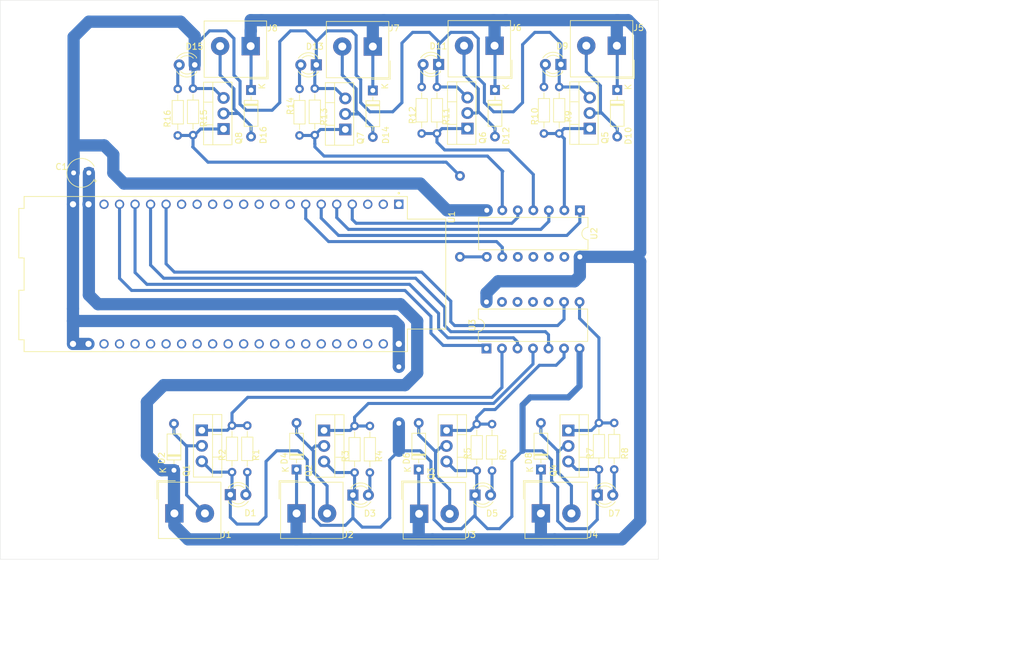
<source format=kicad_pcb>
(kicad_pcb (version 20240108) (generator "pcbnew") (generator_version "8.0")
  (layers (0 "F.Cu" signal) (31 "B.Cu" signal) (34 "B.Paste" user) (35 "F.Paste" user) (36 "B.SilkS" user "B.Silkscreen") (37 "F.SilkS" user "F.Silkscreen") (38 "B.Mask" user) (39 "F.Mask" user) (44 "Edge.Cuts" user))
  (net 0 "")
  (net 1 "GND")
  (net 2 "Net-(D1-A)")
  (net 3 "VCC")
  (net 4 "Net-(D2-A)")
  (net 5 "Net-(D3-A)")
  (net 6 "Net-(D4-A)")
  (net 7 "Net-(D5-A)")
  (net 8 "Net-(D6-A)")
  (net 9 "Net-(D7-A)")
  (net 10 "Net-(D8-A)")
  (net 11 "Net-(D9-A)")
  (net 12 "Net-(D10-A)")
  (net 13 "Net-(D11-A)")
  (net 14 "Net-(D12-A)")
  (net 15 "Net-(D13-A)")
  (net 16 "Net-(D14-A)")
  (net 17 "Net-(D15-A)")
  (net 18 "Net-(D16-A)")
  (net 19 "SGN_A1")
  (net 20 "SGN_A2")
  (net 21 "SGN_A3")
  (net 22 "SGN_A4")
  (net 23 "SGN_A5")
  (net 24 "SGN_A6")
  (net 25 "SGN_A7")
  (net 26 "SGN_A8")
  (net 29 "Net-(U1-GPIO13)")
  (net 34 "Net-(U1-GPIO7)")
  (net 41 "Net-(U1-GPIO11)")
  (net 44 "Net-(U1-GPIO6)")
  (net 48 "Net-(U1-GPIO5)")
  (net 58 "Net-(U1-GPIO12)")
  (net 60 "Net-(U1-GPIO10)")
  (net 64 "Net-(U1-GPIO4)")
  (footprint "LED_THT:LED_D3.0mm" (layer "F.Cu") (at 151.9075 152.6825)
    (property "Reference" "D1")
    (property "Value" "LED")
  )
  (footprint "Diode_THT:D_DO-35_SOD27_P7.62mm_Horizontal" (layer "F.Cu") (at 215.25 86.44 -90)
    (property "Reference" "D10")
    (property "Value" "1N4004")
  )
  (footprint "Resistor_THT:R_Axial_DIN0204_L3.6mm_D1.6mm_P7.62mm_Horizontal" (layer "F.Cu") (at 203.25 93.56 90)
    (property "Reference" "R10")
    (property "Value" "1k")
  )
  (footprint "LED_THT:LED_D3.0mm" (layer "F.Cu") (at 165.985 82.3175 180)
    (property "Reference" "D13")
    (property "Value" "LED")
  )
  (footprint "Package_TO_SOT_THT:TO-220-3_Vertical" (layer "F.Cu") (at 190.735 92.75 90)
    (property "Reference" "Q6")
    (property "Value" "IRF540N")
  )
  (footprint "LED_THT:LED_D3.0mm" (layer "F.Cu") (at 211.975 152.75)
    (property "Reference" "D7")
    (property "Value" "LED")
  )
  (footprint "ESP32-S2-DEVKITC-1:MODULE_ESP32-S2-DEVKITC-1" (layer "F.Cu") (at 149.52 116.57 -90)
    (property "Reference" "U1")
    (property "Value" "ESP32-S2-DEVKITC-1")
  )
  (footprint "Package_TO_SOT_THT:TO-220-3_Vertical" (layer "F.Cu") (at 167.25 142.17 -90)
    (property "Reference" "Q2")
    (property "Value" "IRF540N")
  )
  (footprint "TerminalBlock_Altech:Altech_AK100_1x02_P5.00mm" (layer "F.Cu") (at 175.235 79.3175 180)
    (property "Reference" "J7")
    (property "Value" "M7_connector")
  )
  (footprint "TerminalBlock_Altech:Altech_AK100_1x02_P5.00mm" (layer "F.Cu") (at 195.1675 79.1825 180)
    (property "Reference" "J6")
    (property "Value" "M6_connector")
  )
  (footprint "LED_THT:LED_D3.0mm" (layer "F.Cu") (at 171.975 152.75)
    (property "Reference" "D3")
    (property "Value" "LED")
  )
  (footprint "Resistor_THT:R_Axial_DIN0204_L3.6mm_D1.6mm_P7.62mm_Horizontal" (layer "F.Cu") (at 205.75 93.56 90)
    (property "Reference" "R9")
    (property "Value" "1k")
  )
  (footprint "Capacitor_THT:CP_Radial_Tantal_D4.5mm_P2.50mm" (layer "F.Cu") (at 128.75 100 180)
    (property "Reference" "C1")
    (property "Value" "10uF TANT")
  )
  (footprint "Resistor_THT:R_Axial_DIN0204_L3.6mm_D1.6mm_P7.62mm_Horizontal" (layer "F.Cu") (at 154.6825 141.3725 -90)
    (property "Reference" "R1")
    (property "Value" "1k")
  )
  (footprint "Resistor_THT:R_Axial_DIN0204_L3.6mm_D1.6mm_P7.62mm_Horizontal" (layer "F.Cu") (at 145.8025 93.8175 90)
    (property "Reference" "R15")
    (property "Value" "1k")
  )
  (footprint "Diode_THT:D_DO-35_SOD27_P7.62mm_Horizontal" (layer "F.Cu") (at 142.6825 148.6825 90)
    (property "Reference" "D2")
    (property "Value" "1N4004")
  )
  (footprint "Diode_THT:D_DO-35_SOD27_P7.62mm_Horizontal" (layer "F.Cu") (at 182.75 148.56 90)
    (property "Reference" "D6")
    (property "Value" "1N4004")
  )
  (footprint "Resistor_THT:R_Axial_DIN0204_L3.6mm_D1.6mm_P7.62mm_Horizontal" (layer "F.Cu") (at 172.25 141.44 -90)
    (property "Reference" "R3")
    (property "Value" "1k")
  )
  (footprint "LED_THT:LED_D3.0mm" (layer "F.Cu") (at 191.975 152.75)
    (property "Reference" "D5")
    (property "Value" "LED")
  )
  (footprint "LED_THT:LED_D3.0mm" (layer "F.Cu") (at 206.025 82.25 180)
    (property "Reference" "D9")
    (property "Value" "LED")
  )
  (footprint "TerminalBlock_Altech:Altech_AK100_1x02_P5.00mm" (layer "F.Cu") (at 162.75 155.75)
    (property "Reference" "J2")
    (property "Value" "M2_connector")
  )
  (footprint "Diode_THT:D_DO-35_SOD27_P7.62mm_Horizontal" (layer "F.Cu") (at 202.75 148.56 90)
    (property "Reference" "D8")
    (property "Value" "1N4004")
  )
  (footprint "Resistor_THT:R_Axial_DIN0204_L3.6mm_D1.6mm_P7.62mm_Horizontal" (layer "F.Cu") (at 143.3025 93.8775 90)
    (property "Reference" "R16")
    (property "Value" "1k")
  )
  (footprint "LED_THT:LED_D3.0mm" (layer "F.Cu") (at 186.01 82.25 180)
    (property "Reference" "D11")
    (property "Value" "LED")
  )
  (footprint "Package_TO_SOT_THT:TO-220-3_Vertical" (layer "F.Cu") (at 187.305 142.17 -90)
    (property "Reference" "Q3")
    (property "Value" "IRF540N")
  )
  (footprint "Diode_THT:D_DO-35_SOD27_P7.62mm_Horizontal" (layer "F.Cu") (at 155.3025 86.4475 -90)
    (property "Reference" "D16")
    (property "Value" "1N4004")
  )
  (footprint "TerminalBlock_Altech:Altech_AK100_1x02_P5.00mm" (layer "F.Cu") (at 202.75 155.75)
    (property "Reference" "J4")
    (property "Value" "M4_connector")
  )
  (footprint "Diode_THT:D_DO-35_SOD27_P7.62mm_Horizontal" (layer "F.Cu") (at 195.235 86.44 -90)
    (property "Reference" "D12")
    (property "Value" "1N4004")
  )
  (footprint "Package_TO_SOT_THT:TO-220-3_Vertical" (layer "F.Cu") (at 147.2375 142.1425 -90)
    (property "Reference" "Q1")
    (property "Value" "IRF540N")
  )
  (footprint "Resistor_THT:R_Axial_DIN0204_L3.6mm_D1.6mm_P7.62mm_Horizontal" (layer "F.Cu") (at 165.735 93.8175 90)
    (property "Reference" "R13")
    (property "Value" "1k")
  )
  (footprint "Resistor_THT:R_Axial_DIN0204_L3.6mm_D1.6mm_P7.62mm_Horizontal" (layer "F.Cu") (at 152.1825 141.3725 -90)
    (property "Reference" "R2")
    (property "Value" "1k")
  )
  (footprint "Diode_THT:D_DO-35_SOD27_P7.62mm_Horizontal" (layer "F.Cu") (at 175.235 86.5075 -90)
    (property "Reference" "D14")
    (property "Value" "1N4004")
  )
  (footprint "Resistor_THT:R_Axial_DIN0204_L3.6mm_D1.6mm_P7.62mm_Horizontal" (layer "F.Cu") (at 214.75 140.94 -90)
    (property "Reference" "R8")
    (property "Value" "1k")
  )
  (footprint "Resistor_THT:R_Axial_DIN0204_L3.6mm_D1.6mm_P7.62mm_Horizontal" (layer "F.Cu") (at 212.25 140.94 -90)
    (property "Reference" "R7")
    (property "Value" "1k")
  )
  (footprint "Resistor_THT:R_Axial_DIN0204_L3.6mm_D1.6mm_P7.62mm_Horizontal" (layer "F.Cu") (at 192.25 141.13 -90)
    (property "Reference" "R5")
    (property "Value" "1k")
  )
  (footprint "Diode_THT:D_DO-35_SOD27_P7.62mm_Horizontal" (layer "F.Cu") (at 162.75 148.56 90)
    (property "Reference" "D4")
    (property "Value" "1N4004")
  )
  (footprint "Package_TO_SOT_THT:TO-220-3_Vertical" (layer "F.Cu") (at 210.75 92.75 90)
    (property "Reference" "Q5")
    (property "Value" "IRF540N")
  )
  (footprint "Package_TO_SOT_THT:TO-220-3_Vertical" (layer "F.Cu") (at 150.8025 92.8175 90)
    (property "Reference" "Q8")
    (property "Value" "IRF540N")
  )
  (footprint "Resistor_THT:R_Axial_DIN0204_L3.6mm_D1.6mm_P7.62mm_Horizontal" (layer "F.Cu") (at 174.75 141.44 -90)
    (property "Reference" "R4")
    (property "Value" "1k")
  )
  (footprint "Package_TO_SOT_THT:TO-220-3_Vertical" (layer "F.Cu") (at 207.25 142.17 -90)
    (property "Reference" "Q4")
    (property "Value" "IRF540N")
  )
  (footprint "Package_DIP:DIP-14_W7.62mm" (layer "F.Cu") (at 193.84 128.75 90)
    (property "Reference" "U3")
    (property "Value" "74HC14")
  )
  (footprint "LED_THT:LED_D3.0mm" (layer "F.Cu") (at 146.0775 82.3175 180)
    (property "Reference" "D15")
    (property "Value" "LED")
  )
  (footprint "Package_TO_SOT_THT:TO-220-3_Vertical" (layer "F.Cu") (at 170.735 92.8975 90)
    (property "Reference" "Q7")
    (property "Value" "IRF540N")
  )
  (footprint "Resistor_THT:R_Axial_DIN0204_L3.6mm_D1.6mm_P7.62mm_Horizontal" (layer "F.Cu") (at 163.235 93.8775 90)
    (property "Reference" "R14")
    (property "Value" "1k")
  )
  (footprint "Resistor_THT:R_Axial_DIN0204_L3.6mm_D1.6mm_P7.62mm_Horizontal" (layer "F.Cu") (at 194.75 141.13 -90)
    (property "Reference" "R6")
    (property "Value" "1k")
  )
  (footprint "TerminalBlock_Altech:Altech_AK100_1x02_P5.00mm" (layer "F.Cu") (at 215.1825 79.1825 180)
    (property "Reference" "J5")
    (property "Value" "M5_connector")
  )
  (footprint "Resistor_THT:R_Axial_DIN0204_L3.6mm_D1.6mm_P7.62mm_Horizontal" (layer "F.Cu") (at 183.235 93.56 90)
    (property "Reference" "R12")
    (property "Value" "1k")
  )
  (footprint "TerminalBlock_Altech:Altech_AK100_1x02_P5.00mm" (layer "F.Cu") (at 155.235 79.25 180)
    (property "Reference" "J8")
    (property "Value" "M8_connector")
  )
  (footprint "TerminalBlock_Altech:Altech_AK100_1x02_P5.00mm" (layer "F.Cu") (at 142.75 155.75)
    (property "Reference" "J1")
    (property "Value" "M1_connector")
  )
  (footprint "Resistor_THT:R_Axial_DIN0204_L3.6mm_D1.6mm_P7.62mm_Horizontal" (layer "F.Cu") (at 185.735 93.56 90)
    (property "Reference" "R11")
    (property "Value" "1k")
  )
  (footprint "TerminalBlock_Altech:Altech_AK100_1x02_P5.00mm" (layer "F.Cu") (at 182.8175 155.8175)
    (property "Reference" "J3")
    (property "Value" "M3_connector")
  )
  (footprint "Package_DIP:DIP-14_W7.62mm" (layer "F.Cu") (at 209.13 106.13 -90)
    (property "Reference" "U2")
    (property "Value" "74HC14")
  )
  (gr_rect (start 114.25 71.75) (end 222 163.25) (stroke (width 0.05)) (fill none) (layer "Edge.Cuts"))
  (segment (start 152.1825 152.4075) (end 151.9075 152.6825) (width 0.5) (layer "F.Cu") (net 1))
  (segment (start 147.2375 147.2225) (end 147.2225 147.2225) (width 0.5) (layer "F.Cu") (net 1))
  (segment (start 192.25 152.475) (end 191.975 152.75) (width 0.5) (layer "F.Cu") (net 1))
  (segment (start 172.25 152.475) (end 171.975 152.75) (width 0.5) (layer "F.Cu") (net 1))
  (segment (start 212.25 152.475) (end 211.975 152.75) (width 0.5) (layer "F.Cu") (net 1))
  (via (at 179.5 141) (size 1.6) (drill 0.8) (layers "F.Cu" "B.Cu") (net 1))
  (via (at 179.5 131.75) (size 1.6) (drill 0.8) (layers "F.Cu" "B.Cu") (net 1))
  (segment (start 186.75 158.25) (end 185.25 156.75) (width 0.5) (layer "B.Cu") (net 1))
  (segment (start 126.15 124.25) (end 126.15 128) (width 2) (layer "B.Cu") (net 1))
  (segment (start 143.75 75.25) (end 146.0775 77.5775) (width 2) (layer "B.Cu") (net 1))
  (segment (start 211.975 156.775) (end 210.5 158.25) (width 0.5) (layer "B.Cu") (net 1))
  (segment (start 171.975 156.475) (end 171.975 152.75) (width 0.5) (layer "B.Cu") (net 1))
  (segment (start 205.5 157) (end 205.5 151.432475) (width 0.5) (layer "B.Cu") (net 1))
  (segment (start 206.025 78.775) (end 204.25 77) (width 0.5) (layer "B.Cu") (net 1))
  (segment (start 174.75 90) (end 178.5 90) (width 0.5) (layer "B.Cu") (net 1))
  (segment (start 126.25 100) (end 126.25 97.25) (width 2) (layer "B.Cu") (net 1))
  (segment (start 153.5 88.75) (end 154.5 89.75) (width 0.5) (layer "B.Cu") (net 1))
  (segment (start 209.02 85.94) (end 209.04 85.96) (width 0.5) (layer "B.Cu") (net 1))
  (segment (start 212.25 148.56) (end 212.25 152.475) (width 0.5) (layer "B.Cu") (net 1))
  (segment (start 189.75 158.25) (end 186.75 158.25) (width 0.5) (layer "B.Cu") (net 1))
  (segment (start 126.15 105.14) (end 126.15 122.25) (width 2) (layer "B.Cu") (net 1))
  (segment (start 186 79) (end 186 79.5) (width 0.5) (layer "B.Cu") (net 1))
  (segment (start 147.2375 147.2225) (end 149.015 149) (width 0.5) (layer "B.Cu") (net 1))
  (segment (start 199.75 138) (end 199.75 145.5) (width 1) (layer "B.Cu") (net 1))
  (segment (start 152.5 84) (end 153.5 85) (width 0.5) (layer "B.Cu") (net 1))
  (segment (start 185.25 156.75) (end 185.25 150.75) (width 0.5) (layer "B.Cu") (net 1))
  (segment (start 173.25 88.5) (end 174.75 90) (width 0.5) (layer "B.Cu") (net 1))
  (segment (start 192.25 152.475) (end 191.975 152.75) (width 0.5) (layer "B.Cu") (net 1))
  (segment (start 186 78.5) (end 186 79) (width 0.5) (layer "B.Cu") (net 1))
  (segment (start 199.75 79) (end 199.75 88.5) (width 0.5) (layer "B.Cu") (net 1))
  (segment (start 186.01 79.51) (end 186.01 82.25) (width 0.5) (layer "B.Cu") (net 1))
  (segment (start 191.975 156.025) (end 189.75 158.25) (width 0.5) (layer "B.Cu") (net 1))
  (segment (start 198.25 90) (end 195 90) (width 0.5) (layer "B.Cu") (net 1))
  (segment (start 207.25 136.75) (end 201 136.75) (width 1) (layer "B.Cu") (net 1))
  (segment (start 169.06 149.06) (end 167.25 147.25) (width 0.5) (layer "B.Cu") (net 1))
  (segment (start 126.15 122.25) (end 126.15 124.25) (width 2) (layer "B.Cu") (net 1))
  (segment (start 164.25 76.75) (end 165.985 78.485) (width 0.5) (layer "B.Cu") (net 1))
  (segment (start 170.75 157.7) (end 166.7 157.7) (width 0.5) (layer "B.Cu") (net 1))
  (segment (start 149.1975 86.1975) (end 150.7375 87.7375) (width 0.5) (layer "B.Cu") (net 1))
  (segment (start 209.08 128.75) (end 209.08 134.92) (width 1) (layer "B.Cu") (net 1))
  (segment (start 212.25 152.475) (end 211.975 152.75) (width 0.5) (layer "B.Cu") (net 1))
  (segment (start 188.75 148.75) (end 192.25 148.75) (width 0.5) (layer "B.Cu") (net 1))
  (segment (start 172.25 152.475) (end 171.975 152.75) (width 0.5) (layer "B.Cu") (net 1))
  (segment (start 196 158.25) (end 194 158.25) (width 0.5) (layer "B.Cu") (net 1))
  (segment (start 164.5 147) (end 163 145.5) (width 0.5) (layer "B.Cu") (net 1))
  (segment (start 131.25 95.5) (end 126.25 95.5) (width 2) (layer "B.Cu") (net 1))
  (segment (start 159.5 145.5) (end 157.75 147.25) (width 0.5) (layer "B.Cu") (net 1))
  (segment (start 132.75 97) (end 131.25 95.5) (width 2) (layer "B.Cu") (net 1))
  (segment (start 191.5 77) (end 188 77) (width 0.5) (layer "B.Cu") (net 1))
  (segment (start 210.75 87.67) (end 209.04 85.96) (width 0.5) (layer "B.Cu") (net 1))
  (segment (start 145.8025 82.5925) (end 146.0775 82.3175) (width 0.5) (layer "B.Cu") (net 1))
  (segment (start 150.25 149) (end 150.2575 148.9925) (width 0.5) (layer "B.Cu") (net 1))
  (segment (start 165.735 82.5675) (end 165.985 82.3175) (width 0.5) (layer "B.Cu") (net 1))
  (segment (start 167.75 76.75) (end 171.75 76.75) (width 0.5) (layer "B.Cu") (net 1))
  (segment (start 172.5 77.5) (end 172.5 84) (width 0.5) (layer "B.Cu") (net 1))
  (segment (start 183 145.5) (end 179.5 145.5) (width 0.5) (layer "B.Cu") (net 1))
  (segment (start 163 145.5) (end 159.5 145.5) (width 0.5) (layer "B.Cu") (net 1))
  (segment (start 178 147) (end 178 156.5) (width 0.5) (layer "B.Cu") (net 1))
  (segment (start 192.5 78) (end 191.5 77) (width 0.5) (layer "B.Cu") (net 1))
  (segment (start 165.5 151.125) (end 164.5 150.125) (width 0.5) (layer "B.Cu") (net 1))
  (segment (start 171.975 156.475) (end 170.75 157.7) (width 0.5) (layer "B.Cu") (net 1))
  (segment (start 187.38 106.13) (end 183 101.75) (width 2) (layer "B.Cu") (net 1))
  (segment (start 206.75 158.25) (end 205.5 157) (width 0.5) (layer "B.Cu") (net 1))
  (segment (start 180 88.5) (end 180 78.75) (width 0.5) (layer "B.Cu") (net 1))
  (segment (start 186 79.5) (end 186.01 79.51) (width 0.5) (layer "B.Cu") (net 1))
  (segment (start 178 156.5) (end 176.5 158) (width 0.5) (layer "B.Cu") (net 1))
  (segment (start 208.56 148.56) (end 207.25 147.25) (width 0.5) (layer "B.Cu") (net 1))
  (segment (start 179.49 128) (end 179.49 125.01) (width 2) (layer "B.Cu") (net 1))
  (segment (start 184.5 77) (end 186 78.5) (width 0.5) (layer "B.Cu") (net 1))
  (segment (start 204.25 77) (end 201.75 77) (width 0.5) (layer "B.Cu") (net 1))
  (segment (start 176.5 158) (end 173.5 158) (width 0.5) (layer "B.Cu") (net 1))
  (segment (start 128.75 75.25) (end 143.75 75.25) (width 2) (layer "B.Cu") (net 1))
  (segment (start 148.5 76.75) (end 151.25 76.75) (width 0.5) (layer "B.Cu") (net 1))
  (segment (start 205.75 85.94) (end 209.02 85.94) (width 0.5) (layer "B.Cu") (net 1))
  (segment (start 192.5 84.5) (end 192.5 78) (width 0.5) (layer "B.Cu") (net 1))
  (segment (start 201 136.75) (end 199.75 138) (width 1) (layer "B.Cu") (net 1))
  (segment (start 146.0775 77.5775) (end 146.0775 82.3175) (width 2) (layer "B.Cu") (net 1))
  (segment (start 165.5 156.5) (end 165.5 151.125) (width 0.5) (layer "B.Cu") (net 1))
  (segment (start 165.985 82.3175) (end 165.985 78.515) (width 0.5) (layer "B.Cu") (net 1))
  (segment (start 203 145.5) (end 199.75 145.5) (width 0.5) (layer "B.Cu") (net 1))
  (segment (start 171.75 76.75) (end 172.5 77.5) (width 0.5) (layer "B.Cu") (net 1))
  (segment (start 198 156.25) (end 196 158.25) (width 0.5) (layer "B.Cu") (net 1))
  (segment (start 185.735 82.525) (end 186.01 82.25) (width 0.5) (layer "B.Cu") (net 1))
  (segment (start 193.5 85.5) (end 192.5 84.5) (width 0.5) (layer "B.Cu") (net 1))
  (segment (start 191.975 152.75) (end 191.975 156.025) (width 0.5) (layer "B.Cu") (net 1))
  (segment (start 185.735 85.94) (end 189.005 85.94) (width 0.5) (layer "B.Cu") (net 1))
  (segment (start 204.5 150.432475) (end 204.5 147) (width 0.5) (layer "B.Cu") (net 1))
  (segment (start 212.25 148.56) (end 208.56 148.56) (width 0.5) (layer "B.Cu") (net 1))
  (segment (start 172.25 149.06) (end 172.25 152.475) (width 0.5) (layer "B.Cu") (net 1))
  (segment (start 198 147.25) (end 198 156.25) (width 0.5) (layer "B.Cu") (net 1))
  (segment (start 160 88.5) (end 160 78.5) (width 0.5) (layer "B.Cu") (net 1))
  (segment (start 126.15 105.14) (end 126.15 100.1) (width 2) (layer "B.Cu") (net 1))
  (segment (start 189.005 85.94) (end 190.735 87.67) (width 0.5) (layer "B.Cu") (net 1))
  (segment (start 153 157.5) (end 151.9075 156.4075) (width 0.5) (layer "B.Cu") (net 1))
  (segment (start 126.25 97.25) (end 126.25 95.5) (width 2) (layer "B.Cu") (net 1))
  (segment (start 149.015 149) (end 150.25 149) (width 0.5) (layer "B.Cu") (net 1))
  (segment (start 187.305 147.25) (end 187.305 147.305) (width 0.5) (layer "B.Cu") (net 1))
  (segment (start 173.25 84.75) (end 173.25 88.5) (width 0.5) (layer "B.Cu") (net 1))
  (segment (start 134.5 101.75) (end 132.75 100) (width 2) (layer "B.Cu") (net 1))
  (segment (start 158.75 89.75) (end 160 88.5) (width 0.5) (layer "B.Cu") (net 1))
  (segment (start 185.25 150.75) (end 184.75 150.25) (width 0.5) (layer "B.Cu") (net 1))
  (segment (start 179.5 141) (end 179.5 145.5) (width 2) (layer "B.Cu") (net 1))
  (segment (start 156.5 157.5) (end 153 157.5) (width 0.5) (layer "B.Cu") (net 1))
  (segment (start 178.73 124.25) (end 126.15 124.25) (width 2) (layer "B.Cu") (net 1))
  (segment (start 151.9075 156.4075) (end 151.9075 152.6825) (width 0.5) (layer "B.Cu") (net 1))
  (segment (start 152.5 78) (end 152.5 84) (width 0.5) (layer "B.Cu") (net 1))
  (segment (start 204.5 147) (end 203 145.5) (width 0.5) (layer "B.Cu") (net 1))
  (segment (start 152.1825 148.9925) (end 152.1825 152.4075) (width 0.5) (layer "B.Cu") (net 1))
  (segment (start 180 78.75) (end 181.75 77) (width 0.5) (layer "B.Cu") (net 1))
  (segment (start 145.8025 86.1975) (end 145.8025 82.5925) (width 0.5) (layer "B.Cu") (net 1))
  (segment (start 179.49 128) (end 179.49 131.74) (width 2) (layer "B.Cu") (net 1))
  (segment (start 146.0775 79.1725) (end 148.5 76.75) (width 0.5) (layer "B.Cu") (net 1))
  (segment (start 132.75 100) (end 132.75 97) (width 2) (layer "B.Cu") (net 1))
  (segment (start 188 77) (end 186 79) (width 0.5) (layer "B.Cu") (net 1))
  (segment (start 179.5 145.5) (end 178 147) (width 0.5) (layer "B.Cu") (net 1))
  (segment (start 151.25 76.75) (end 152.5 78) (width 0.5) (layer "B.Cu") (net 1))
  (segment (start 194 158.25) (end 191.975 156.225) (width 0.5) (layer "B.Cu") (net 1))
  (segment (start 184.75 147.25) (end 183 145.5) (width 0.5) (layer "B.Cu") (net 1))
  (segment (start 153.5 85) (end 153.5 88.75) (width 0.5) (layer "B.Cu") (net 1))
  (segment (start 169.115 86.1975) (end 170.735 87.8175) (width 0.5) (layer "B.Cu") (net 1))
  (segment (start 173.5 158) (end 171.975 156.475) (width 0.5) (layer "B.Cu") (net 1))
  (segment (start 150.2575 148.9925) (end 152.1825 148.9925) (width 0.5) (layer "B.Cu") (net 1))
  (segment (start 210.5 158.25) (end 206.75 158.25) (width 0.5) (layer "B.Cu") (net 1))
  (segment (start 126.25 77.75) (end 128.75 75.25) (width 2) (layer "B.Cu") (net 1))
  (segment (start 172.5 84) (end 173.25 84.75) (width 0.5) (layer "B.Cu") (net 1))
  (segment (start 199.75 88.5) (end 198.25 90) (width 0.5) (layer "B.Cu") (net 1))
  (segment (start 161.75 76.75) (end 164.25 76.75) (width 0.5) (layer "B.Cu") (net 1))
  (segment (start 205.75 85.94) (end 205.75 82.525) (width 0.5) (layer "B.Cu") (net 1))
  (segment (start 165.985 78.485) (end 165.985 78.515) (width 0.5) (layer "B.Cu") (net 1))
  (segment (start 201.75 77) (end 199.75 79) (width 0.5) (layer "B.Cu") (net 1))
  (segment (start 157.75 147.25) (end 157.75 156.25) (width 0.5) (layer "B.Cu") (net 1))
  (segment (start 187.305 147.305) (end 188.75 148.75) (width 0.5) (layer "B.Cu") (net 1))
  (segment (start 152.1825 152.4075) (end 151.9075 152.6825) (width 0.5) (layer "B.Cu") (net 1))
  (segment (start 193.5 88.5) (end 193.5 85.5) (width 0.5) (layer "B.Cu") (net 1))
  (segment (start 145.8025 86.1975) (end 149.1975 86.1975) (width 0.5) (layer "B.Cu") (net 1))
  (segment (start 192.25 148.75) (end 192.25 152.475) (width 0.5) (layer "B.Cu") (net 1))
  (segment (start 184.75 150.25) (end 184.75 147.25) (width 0.5) (layer "B.Cu") (net 1))
  (segment (start 205.5 151.432475) (end 204.5 150.432475) (width 0.5) (layer "B.Cu") (net 1))
  (segment (start 211.975 152.75) (end 211.975 156.775) (width 0.5) (layer "B.Cu") (net 1))
  (segment (start 179.49 131.74) (end 179.5 131.75) (width 2) (layer "B.Cu") (net 1))
  (segment (start 181.75 77) (end 184.5 77) (width 0.5) (layer "B.Cu") (net 1))
  (segment (start 191.975 156.225) (end 191.975 156.025) (width 0.5) (layer "B.Cu") (net 1))
  (segment (start 165.985 78.515) (end 167.75 76.75) (width 0.5) (layer "B.Cu") (net 1))
  (segment (start 150.7375 87.7375) (end 150.8025 87.7375) (width 0.5) (layer "B.Cu") (net 1))
  (segment (start 126.15 100.1) (end 126.25 100) (width 2) (layer "B.Cu") (net 1))
  (segment (start 126.25 95.5) (end 126.25 77.75) (width 2) (layer "B.Cu") (net 1))
  (segment (start 166.7 157.7) (end 165.5 156.5) (width 0.5) (layer "B.Cu") (net 1))
  (segment (start 146.0775 82.3175) (end 146.0775 79.1725) (width 0.5) (layer "B.Cu") (net 1))
  (segment (start 193.89 106.13) (end 187.38 106.13) (width 2) (layer "B.Cu") (net 1))
  (segment (start 126.15 128) (end 128.69 128) (width 2) (layer "B.Cu") (net 1))
  (segment (start 157.75 156.25) (end 156.5 157.5) (width 0.5) (layer "B.Cu") (net 1))
  (segment (start 160 78.5) (end 161.75 76.75) (width 0.5) (layer "B.Cu") (net 1))
  (segment (start 183 101.75) (end 134.5 101.75) (width 2) (layer "B.Cu") (net 1))
  (segment (start 205.75 82.525) (end 206.025 82.25) (width 0.5) (layer "B.Cu") (net 1))
  (segment (start 206.025 82.25) (end 206.025 78.775) (width 0.5) (layer "B.Cu") (net 1))
  (segment (start 178.5 90) (end 180 88.5) (width 0.5) (layer "B.Cu") (net 1))
  (segment (start 164.5 150.125) (end 164.5 147) (width 0.5) (layer "B.Cu") (net 1))
  (segment (start 165.735 86.1975) (end 169.115 86.1975) (width 0.5) (layer "B.Cu") (net 1))
  (segment (start 165.735 86.1975) (end 165.735 82.5675) (width 0.5) (layer "B.Cu") (net 1))
  (segment (start 179.49 125.01) (end 178.73 124.25) (width 2) (layer "B.Cu") (net 1))
  (segment (start 185.735 85.94) (end 185.735 82.525) (width 0.5) (layer "B.Cu") (net 1))
  (segment (start 172.25 149.06) (end 169.06 149.06) (width 0.5) (layer "B.Cu") (net 1))
  (segment (start 195 90) (end 193.5 88.5) (width 0.5) (layer "B.Cu") (net 1))
  (segment (start 154.5 89.75) (end 158.75 89.75) (width 0.5) (layer "B.Cu") (net 1))
  (segment (start 209.08 134.92) (end 207.25 136.75) (width 1) (layer "B.Cu") (net 1))
  (segment (start 199.75 145.5) (end 198 147.25) (width 0.5) (layer "B.Cu") (net 1))
  (segment (start 154.6825 152.4475) (end 154.4475 152.6825) (width 0.5) (layer "F.Cu") (net 2))
  (segment (start 154.6825 148.9925) (end 154.6825 152.4475) (width 0.5) (layer "B.Cu") (net 2))
  (segment (start 154.6825 152.4475) (end 154.4475 152.6825) (width 0.5) (layer "B.Cu") (net 2))
  (segment (start 182.75 155.75) (end 182.8175 155.8175) (width 0.5) (layer "F.Cu") (net 3))
  (segment (start 142.6825 155.6825) (end 142.75 155.75) (width 0.5) (layer "F.Cu") (net 3))
  (segment (start 142.75 157.75) (end 142.75 155.75) (width 2) (layer "B.Cu") (net 3))
  (segment (start 215.25 86.44) (end 215.25 79.25) (width 0.5) (layer "B.Cu") (net 3))
  (segment (start 202.75 160) (end 202.75 155.75) (width 2) (layer "B.Cu") (net 3))
  (segment (start 182.75 155.885) (end 182.8175 155.8175) (width 2) (layer "B.Cu") (net 3))
  (segment (start 179.75 121.5) (end 182.5 124.25) (width 2) (layer "B.Cu") (net 3))
  (segment (start 138.25 137.5) (end 138.25 146.25) (width 2) (layer "B.Cu") (net 3))
  (segment (start 202.75 160) (end 185 160) (width 2) (layer "B.Cu") (net 3))
  (segment (start 128.75 105.2) (end 128.75 120) (width 2) (layer "B.Cu") (net 3))
  (segment (start 218.25 113.75) (end 219 114.5) (width 2) (layer "B.Cu") (net 3))
  (segment (start 155.235 76.765) (end 155.25 76.75) (width 2) (layer "B.Cu") (net 3))
  (segment (start 175.235 79.3175) (end 175.235 86.5075) (width 0.5) (layer "B.Cu") (net 3))
  (segment (start 219 77) (end 217 75) (width 2) (layer "B.Cu") (net 3))
  (segment (start 155.3025 86.4475) (end 155.3025 79.3175) (width 0.5) (layer "B.Cu") (net 3))
  (segment (start 185 160) (end 182.75 160) (width 2) (layer "B.Cu") (net 3))
  (segment (start 177 75) (end 157 75) (width 2) (layer "B.Cu") (net 3))
  (segment (start 162.75 160) (end 162.75 155.75) (width 2) (layer "B.Cu") (net 3))
  (segment (start 155.25 76.75) (end 155.25 75) (width 2) (layer "B.Cu") (net 3))
  (segment (start 141 134.75) (end 138.25 137.5) (width 2) (layer "B.Cu") (net 3))
  (segment (start 197 75) (end 177 75) (width 2) (layer "B.Cu") (net 3))
  (segment (start 217 75) (end 215.25 75) (width 2) (layer "B.Cu") (net 3))
  (segment (start 209.13 116.872843) (end 209.13 113.75) (width 2) (layer "B.Cu") (net 3))
  (segment (start 215.25 75) (end 197 75) (width 2) (layer "B.Cu") (net 3))
  (segment (start 193.84 119.66) (end 195.75 117.75) (width 2) (layer "B.Cu") (net 3))
  (segment (start 215.25 79.25) (end 215.1825 79.1825) (width 0.5) (layer "B.Cu") (net 3))
  (segment (start 182.75 160) (end 182.75 155.885) (width 2) (layer "B.Cu") (net 3))
  (segment (start 215.1825 75.0675) (end 215.1825 79.1825) (width 2) (layer "B.Cu") (net 3))
  (segment (start 195.1675 75.1675) (end 195.1675 79.1825) (width 2) (layer "B.Cu") (net 3))
  (segment (start 128.75 105.08) (end 128.69 105.14) (width 2) (layer "B.Cu") (net 3))
  (segment (start 195 75) (end 195.1675 75.1675) (width 2) (layer "B.Cu") (net 3))
  (segment (start 165 160) (end 162.75 160) (width 2) (layer "B.Cu") (net 3))
  (segment (start 175.235 79.3175) (end 175.235 75.235) (width 2) (layer "B.Cu") (net 3))
  (segment (start 140.6825 148.6825) (end 142.6825 148.6825) (width 2) (layer "B.Cu") (net 3))
  (segment (start 219 113) (end 219 77) (width 2) (layer "B.Cu") (net 3))
  (segment (start 162.75 148.56) (end 162.75 155.75) (width 0.5) (layer "B.Cu") (net 3))
  (segment (start 180.5 134.75) (end 141 134.75) (width 2) (layer "B.Cu") (net 3))
  (segment (start 219 114.5) (end 219 157) (width 2) (layer "B.Cu") (net 3))
  (segment (start 195.235 79.25) (end 195.235 86.44) (width 0.5) (layer "B.Cu") (net 3))
  (segment (start 162.75 160) (end 145 160) (width 2) (layer "B.Cu") (net 3))
  (segment (start 182.5 132.75) (end 180.5 134.75) (width 2) (layer "B.Cu") (net 3))
  (segment (start 182.8175 155.8175) (end 183 156) (width 0.5) (layer "B.Cu") (net 3))
  (segment (start 182.75 148.56) (end 182.75 155.75) (width 0.5) (layer "B.Cu") (net 3))
  (segment (start 162.75 159.75) (end 163 160) (width 0.5) (layer "B.Cu") (net 3))
  (segment (start 128.75 100) (end 128.75 105.08) (width 2) (layer "B.Cu") (net 3))
  (segment (start 195.75 117.75) (end 208.252843 117.75) (width 2) (layer "B.Cu") (net 3))
  (segment (start 218.25 113.75) (end 219 113) (width 2) (layer "B.Cu") (net 3))
  (segment (start 219 157) (end 216 160) (width 2) (layer "B.Cu") (net 3))
  (segment (start 145 160) (end 142.75 157.75) (width 2) (layer "B.Cu") (net 3))
  (segment (start 142.6825 148.6825) (end 142.6825 155.6825) (width 2) (layer "B.Cu") (net 3))
  (segment (start 175.235 75.235) (end 175 75) (width 0.5) (layer "B.Cu") (net 3))
  (segment (start 202.75 155.75) (end 202.75 148.56) (width 0.5) (layer "B.Cu") (net 3))
  (segment (start 208.252843 117.75) (end 209.13 116.872843) (width 2) (layer "B.Cu") (net 3))
  (segment (start 155.3025 79.3175) (end 155.235 79.25) (width 0.5) (layer "B.Cu") (net 3))
  (segment (start 216 160) (end 205 160) (width 2) (layer "B.Cu") (net 3))
  (segment (start 195.1675 79.1825) (end 195.235 79.25) (width 0.5) (layer "B.Cu") (net 3))
  (segment (start 128.75 120) (end 130.25 121.5) (width 2) (layer "B.Cu") (net 3))
  (segment (start 182.5 124.25) (end 182.5 132.75) (width 2) (layer "B.Cu") (net 3))
  (segment (start 205 160) (end 202.75 160) (width 2) (layer "B.Cu") (net 3))
  (segment (start 182.75 160) (end 165 160) (width 2) (layer "B.Cu") (net 3))
  (segment (start 157 75) (end 155.25 75) (width 2) (layer "B.Cu") (net 3))
  (segment (start 202.75 155.75) (end 203 156) (width 0.5) (layer "B.Cu") (net 3))
  (segment (start 193.84 121.13) (end 193.84 119.66) (width 2) (layer "B.Cu") (net 3))
  (segment (start 182.75 155.75) (end 182.8175 155.8175) (width 0.5) (layer "B.Cu") (net 3))
  (segment (start 209.13 113.75) (end 218.25 113.75) (width 2) (layer "B.Cu") (net 3))
  (segment (start 128.69 105.14) (end 128.75 105.2) (width 2) (layer "B.Cu") (net 3))
  (segment (start 155.235 76.765) (end 155.235 79.25) (width 2) (layer "B.Cu") (net 3))
  (segment (start 195.735 79.75) (end 195.1675 79.1825) (width 0.5) (layer "B.Cu") (net 3))
  (segment (start 215.25 75) (end 215.1825 75.0675) (width 2) (layer "B.Cu") (net 3))
  (segment (start 130.25 121.5) (end 179.75 121.5) (width 2) (layer "B.Cu") (net 3))
  (segment (start 162.75 159.75) (end 162.75 160) (width 0.5) (layer "B.Cu") (net 3))
  (segment (start 138.25 146.25) (end 140.6825 148.6825) (width 2) (layer "B.Cu") (net 3))
  (segment (start 142.6825 142.6825) (end 144.75 144.75) (width 0.5) (layer "B.Cu") (net 4))
  (segment (start 144.8175 144.6825) (end 147.2375 144.6825) (width 0.5) (layer "B.Cu") (net 4))
  (segment (start 147.75 155.75) (end 144.75 152.75) (width 0.5) (layer "B.Cu") (net 4))
  (segment (start 144.75 144.75) (end 144.8175 144.6825) (width 0.5) (layer "B.Cu") (net 4))
  (segment (start 144.75 152.75) (end 144.75 144.75) (width 0.5) (layer "B.Cu") (net 4))
  (segment (start 142.6825 141.0625) (end 142.6825 142.6825) (width 0.5) (layer "B.Cu") (net 4))
  (segment (start 174.75 152.515) (end 174.515 152.75) (width 0.5) (layer "F.Cu") (net 5))
  (segment (start 174.75 152.515) (end 174.515 152.75) (width 0.5) (layer "B.Cu") (net 5))
  (segment (start 174.75 149.06) (end 174.75 152.515) (width 0.5) (layer "B.Cu") (net 5))
  (segment (start 167.75 155.75) (end 167.75 155.25) (width 0.5) (layer "F.Cu") (net 6))
  (segment (start 162.75 140.94) (end 162.75 142.75) (width 0.5) (layer "B.Cu") (net 6))
  (segment (start 162.75 142.75) (end 164.75 144.75) (width 0.5) (layer "B.Cu") (net 6))
  (segment (start 165.5 145.5) (end 165.25 145.25) (width 0.5) (layer "B.Cu") (net 6))
  (segment (start 167.75 151.25) (end 165.5 149) (width 0.5) (layer "B.Cu") (net 6))
  (segment (start 167.21 144.75) (end 167.25 144.71) (width 0.5) (layer "B.Cu") (net 6))
  (segment (start 165.79 144.71) (end 165.25 145.25) (width 0.5) (layer "B.Cu") (net 6))
  (segment (start 165.25 145.25) (end 164.75 144.75) (width 0.5) (layer "B.Cu") (net 6))
  (segment (start 167.75 155.75) (end 167.75 151.25) (width 0.5) (layer "B.Cu") (net 6))
  (segment (start 165.5 149) (end 165.5 145.5) (width 0.5) (layer "B.Cu") (net 6))
  (segment (start 167.25 144.71) (end 165.79 144.71) (width 0.5) (layer "B.Cu") (net 6))
  (segment (start 194.75 152.515) (end 194.515 152.75) (width 0.5) (layer "F.Cu") (net 7))
  (segment (start 194.75 148.75) (end 194.75 152.515) (width 0.5) (layer "B.Cu") (net 7))
  (segment (start 194.75 152.515) (end 194.515 152.75) (width 0.5) (layer "B.Cu") (net 7))
  (segment (start 187.8175 155.8175) (end 187.8175 151.8175) (width 0.5) (layer "B.Cu") (net 8))
  (segment (start 187.305 144.71) (end 186.54 144.71) (width 0.5) (layer "B.Cu") (net 8))
  (segment (start 185.5 149.5) (end 185.5 145.75) (width 0.5) (layer "B.Cu") (net 8))
  (segment (start 182.75 142.875) (end 182.75 140.94) (width 0.5) (layer "B.Cu") (net 8))
  (segment (start 186.54 144.71) (end 185.75 145.5) (width 0.5) (layer "B.Cu") (net 8))
  (segment (start 185.75 145.5) (end 185.375 145.5) (width 0.5) (layer "B.Cu") (net 8))
  (segment (start 187.8175 151.8175) (end 185.5 149.5) (width 0.5) (layer "B.Cu") (net 8))
  (segment (start 185.375 145.5) (end 182.75 142.875) (width 0.5) (layer "B.Cu") (net 8))
  (segment (start 185.5 145.75) (end 185.75 145.5) (width 0.5) (layer "B.Cu") (net 8))
  (segment (start 214.75 152.515) (end 214.515 152.75) (width 0.5) (layer "F.Cu") (net 9))
  (segment (start 214.75 152.515) (end 214.515 152.75) (width 0.5) (layer "B.Cu") (net 9))
  (segment (start 214.75 148.56) (end 214.75 152.515) (width 0.5) (layer "B.Cu") (net 9))
  (segment (start 205.5 149) (end 205.5 145.75) (width 0.5) (layer "B.Cu") (net 10))
  (segment (start 202.75 142.75) (end 204.75 144.75) (width 0.5) (layer "B.Cu") (net 10))
  (segment (start 205.5 145.75) (end 205.5 145.5) (width 0.5) (layer "B.Cu") (net 10))
  (segment (start 207.25 144.71) (end 206.54 144.71) (width 0.5) (layer "B.Cu") (net 10))
  (segment (start 202.75 140.94) (end 202.75 142.75) (width 0.5) (layer "B.Cu") (net 10))
  (segment (start 205.5 145.5) (end 204.75 144.75) (width 0.5) (layer "B.Cu") (net 10))
  (segment (start 206.54 144.71) (end 205.5 145.75) (width 0.5) (layer "B.Cu") (net 10))
  (segment (start 207.75 155.75) (end 207.75 151.25) (width 0.5) (layer "B.Cu") (net 10))
  (segment (start 207.75 151.25) (end 205.5 149) (width 0.5) (layer "B.Cu") (net 10))
  (segment (start 203.25 82.485) (end 203.485 82.25) (width 0.5) (layer "B.Cu") (net 11))
  (segment (start 203.25 85.94) (end 203.25 82.485) (width 0.5) (layer "B.Cu") (net 11))
  (segment (start 210.1825 83.4325) (end 212.5 85.75) (width 0.5) (layer "B.Cu") (net 12))
  (segment (start 212.5 90) (end 212.75 90.25) (width 0.5) (layer "B.Cu") (net 12))
  (segment (start 212.71 90.21) (end 210.75 90.21) (width 0.5) (layer "B.Cu") (net 12))
  (segment (start 212.75 90.25) (end 212.71 90.21) (width 0.5) (layer "B.Cu") (net 12))
  (segment (start 212.5 85.75) (end 212.5 90) (width 0.5) (layer "B.Cu") (net 12))
  (segment (start 215.25 92.75) (end 212.75 90.25) (width 0.5) (layer "B.Cu") (net 12))
  (segment (start 210.1825 79.1825) (end 210.1825 83.4325) (width 0.5) (layer "B.Cu") (net 12))
  (segment (start 215.25 94.06) (end 215.25 92.75) (width 0.5) (layer "B.Cu") (net 12))
  (segment (start 183.235 85.94) (end 183.235 82.485) (width 0.5) (layer "B.Cu") (net 13))
  (segment (start 183.235 82.485) (end 183.47 82.25) (width 0.5) (layer "B.Cu") (net 13))
  (segment (start 192.5 89.96) (end 192.79 90.25) (width 0.5) (layer "B.Cu") (net 14))
  (segment (start 190.735 90.21) (end 192.25 90.21) (width 0.5) (layer "B.Cu") (net 14))
  (segment (start 192.645 90.105) (end 195.235 92.695) (width 0.5) (layer "B.Cu") (net 14))
  (segment (start 190.1675 83.9175) (end 192.5 86.25) (width 0.5) (layer "B.Cu") (net 14))
  (segment (start 192.5 86.25) (end 192.5 89.96) (width 0.5) (layer "B.Cu") (net 14))
  (segment (start 192.25 90.21) (end 192.5 89.96) (width 0.5) (layer "B.Cu") (net 14))
  (segment (start 195.235 92.695) (end 195.235 94.06) (width 0.5) (layer "B.Cu") (net 14))
  (segment (start 190.1675 79.1825) (end 190.1675 83.9175) (width 0.5) (layer "B.Cu") (net 14))
  (segment (start 163.235 86.2575) (end 163.235 82.5275) (width 0.5) (layer "B.Cu") (net 15))
  (segment (start 163.235 82.5275) (end 163.445 82.3175) (width 0.5) (layer "B.Cu") (net 15))
  (segment (start 173.025 90.3575) (end 175.235 92.5675) (width 0.5) (layer "B.Cu") (net 16))
  (segment (start 172.5 86.25) (end 172.5 89.8325) (width 0.5) (layer "B.Cu") (net 16))
  (segment (start 170.235 79.3175) (end 170.235 83.985) (width 0.5) (layer "B.Cu") (net 16))
  (segment (start 175.235 92.5675) (end 175.235 94.1275) (width 0.5) (layer "B.Cu") (net 16))
  (segment (start 172.5 89.8325) (end 173.025 90.3575) (width 0.5) (layer "B.Cu") (net 16))
  (segment (start 170.735 90.3575) (end 173.025 90.3575) (width 0.5) (layer "B.Cu") (net 16))
  (segment (start 170.235 83.985) (end 172.5 86.25) (width 0.5) (layer "B.Cu") (net 16))
  (segment (start 143.3025 82.5525) (end 143.5375 82.3175) (width 0.5) (layer "B.Cu") (net 17))
  (segment (start 143.3025 86.2575) (end 143.3025 82.5525) (width 0.5) (layer "B.Cu") (net 17))
  (segment (start 155.3025 94.0675) (end 155.3025 92.3175) (width 0.5) (layer "B.Cu") (net 18))
  (segment (start 150.235 79.25) (end 150.235 83.985) (width 0.5) (layer "B.Cu") (net 18))
  (segment (start 153.2625 90.2775) (end 150.8025 90.2775) (width 0.5) (layer "B.Cu") (net 18))
  (segment (start 152.5 86.25) (end 152.5 89.515) (width 0.5) (layer "B.Cu") (net 18))
  (segment (start 155.3025 92.3175) (end 153.3025 90.3175) (width 0.5) (layer "B.Cu") (net 18))
  (segment (start 152.5 89.515) (end 153.3025 90.3175) (width 0.5) (layer "B.Cu") (net 18))
  (segment (start 150.235 83.985) (end 152.5 86.25) (width 0.5) (layer "B.Cu") (net 18))
  (segment (start 153.3025 90.3175) (end 153.2625 90.2775) (width 0.5) (layer "B.Cu") (net 18))
  (segment (start 151.4125 142.1425) (end 152.1825 141.3725) (width 0.5) (layer "B.Cu") (net 19))
  (segment (start 152.1825 141.3725) (end 154.6825 141.3725) (width 0.5) (layer "B.Cu") (net 19))
  (segment (start 152.1825 139.3175) (end 152.1825 141.3725) (width 0.5) (layer "B.Cu") (net 19))
  (segment (start 194.75 136.75) (end 154.75 136.75) (width 0.5) (layer "B.Cu") (net 19))
  (segment (start 196.38 135.12) (end 194.75 136.75) (width 0.5) (layer "B.Cu") (net 19))
  (segment (start 196.38 128.75) (end 196.38 135.12) (width 0.5) (layer "B.Cu") (net 19))
  (segment (start 154.75 136.75) (end 152.1825 139.3175) (width 0.5) (layer "B.Cu") (net 19))
  (segment (start 147.2375 142.1425) (end 151.4125 142.1425) (width 0.5) (layer "B.Cu") (net 19))
  (segment (start 171.52 142.17) (end 172.25 141.44) (width 0.5) (layer "B.Cu") (net 20))
  (segment (start 172.25 141.44) (end 172.25 141.5) (width 0.5) (layer "B.Cu") (net 20))
  (segment (start 195 137.75) (end 174.5 137.75) (width 0.5) (layer "B.Cu") (net 20))
  (segment (start 172.31 141.44) (end 174.75 141.44) (width 0.5) (layer "B.Cu") (net 20))
  (segment (start 201.46 128.75) (end 201.46 131.29) (width 0.5) (layer "B.Cu") (net 20))
  (segment (start 174.5 137.75) (end 172.25 140) (width 0.5) (layer "B.Cu") (net 20))
  (segment (start 172.25 141.5) (end 172.31 141.44) (width 0.5) (layer "B.Cu") (net 20))
  (segment (start 172.25 140) (end 172.25 141.44) (width 0.5) (layer "B.Cu") (net 20))
  (segment (start 201.46 131.29) (end 195 137.75) (width 0.5) (layer "B.Cu") (net 20))
  (segment (start 167.25 142.17) (end 171.52 142.17) (width 0.5) (layer "B.Cu") (net 20))
  (segment (start 202.5 131.5) (end 205.25 131.5) (width 0.5) (layer "B.Cu") (net 21))
  (segment (start 205.25 131.5) (end 206.54 130.21) (width 0.5) (layer "B.Cu") (net 21))
  (segment (start 187.305 142.17) (end 191.21 142.17) (width 0.5) (layer "B.Cu") (net 21))
  (segment (start 191.21 142.17) (end 192.25 141.13) (width 0.5) (layer "B.Cu") (net 21))
  (segment (start 192.25 141.13) (end 194.75 141.13) (width 0.5) (layer "B.Cu") (net 21))
  (segment (start 193.5 138.75) (end 195.25 138.75) (width 0.5) (layer "B.Cu") (net 21))
  (segment (start 192.25 140) (end 193.5 138.75) (width 0.5) (layer "B.Cu") (net 21))
  (segment (start 206.54 130.21) (end 206.54 128.75) (width 0.5) (layer "B.Cu") (net 21))
  (segment (start 195.25 138.75) (end 202.5 131.5) (width 0.5) (layer "B.Cu") (net 21))
  (segment (start 192.25 141.13) (end 192.25 140) (width 0.5) (layer "B.Cu") (net 21))
  (segment (start 211.02 142.17) (end 212.25 140.94) (width 0.5) (layer "B.Cu") (net 22))
  (segment (start 207.25 142.17) (end 211.02 142.17) (width 0.5) (layer "B.Cu") (net 22))
  (segment (start 212.25 127) (end 212.25 140.94) (width 0.5) (layer "B.Cu") (net 22))
  (segment (start 212.25 140.94) (end 214.75 140.94) (width 0.5) (layer "B.Cu") (net 22))
  (segment (start 209.08 121.13) (end 209.08 123.83) (width 0.5) (layer "B.Cu") (net 22))
  (segment (start 209.08 123.83) (end 212.25 127) (width 0.5) (layer "B.Cu") (net 22))
  (segment (start 205.75 93.56) (end 203.25 93.56) (width 0.5) (layer "B.Cu") (net 23))
  (segment (start 206.59 106.13) (end 206.59 94.4) (width 0.5) (layer "B.Cu") (net 23))
  (segment (start 206.59 94.4) (end 205.75 93.56) (width 0.5) (layer "B.Cu") (net 23))
  (segment (start 210.75 92.75) (end 206.56 92.75) (width 0.5) (layer "B.Cu") (net 23))
  (segment (start 206.56 92.75) (end 205.75 93.56) (width 0.5) (layer "B.Cu") (net 23))
  (segment (start 187 96.25) (end 197.5 96.25) (width 0.5) (layer "B.Cu") (net 24))
  (segment (start 197.5 96.25) (end 201.51 100.26) (width 0.5) (layer "B.Cu") (net 24))
  (segment (start 185.735 93.56) (end 185.735 94.985) (width 0.5) (layer "B.Cu") (net 24))
  (segment (start 201.51 100.26) (end 201.51 106.13) (width 0.5) (layer "B.Cu") (net 24))
  (segment (start 186.545 92.75) (end 185.735 93.56) (width 0.5) (layer "B.Cu") (net 24))
  (segment (start 185.735 93.56) (end 183.235 93.56) (width 0.5) (layer "B.Cu") (net 24))
  (segment (start 185.735 94.985) (end 187 96.25) (width 0.5) (layer "B.Cu") (net 24))
  (segment (start 190.735 92.75) (end 186.545 92.75) (width 0.5) (layer "B.Cu") (net 24))
  (segment (start 165.75 95.25) (end 165.735 95.235) (width 0.5) (layer "B.Cu") (net 25))
  (segment (start 194 97.25) (end 167.25 97.25) (width 0.5) (layer "B.Cu") (net 25))
  (segment (start 163.235 93.8775) (end 165.675 93.8775) (width 0.5) (layer "B.Cu") (net 25))
  (segment (start 165.75 95.75) (end 165.75 95.25) (width 0.5) (layer "B.Cu") (net 25))
  (segment (start 196.43 99.82) (end 196.5 99.75) (width 0.5) (layer "B.Cu") (net 25))
  (segment (start 196.43 106.13) (end 196.43 99.82) (width 0.5) (layer "B.Cu") (net 25))
  (segment (start 165.735 95.235) (end 165.735 93.8175) (width 0.5) (layer "B.Cu") (net 25))
  (segment (start 167.25 97.25) (end 165.75 95.75) (width 0.5) (layer "B.Cu") (net 25))
  (segment (start 165.675 93.8775) (end 165.735 93.8175) (width 0.5) (layer "B.Cu") (net 25))
  (segment (start 170.735 92.8975) (end 166.655 92.8975) (width 0.5) (layer "B.Cu") (net 25))
  (segment (start 166.655 92.8975) (end 165.735 93.8175) (width 0.5) (layer "B.Cu") (net 25))
  (segment (start 196.5 99.75) (end 194 97.25) (width 0.5) (layer "B.Cu") (net 25))
  (via (at 189.5 113.75) (size 1.6) (drill 0.8) (layers "F.Cu" "B.Cu") (net 26))
  (via (at 189.5 100.5) (size 1.6) (drill 0.8) (layers "F.Cu" "B.Cu") (net 26))
  (segment (start 186.75 98.25) (end 148.25 98.25) (width 0.5) (layer "B.Cu") (net 26))
  (segment (start 146.0525 93.8175) (end 147.0525 92.8175) (width 0.5) (layer "B.Cu") (net 26))
  (segment (start 147.0525 92.8175) (end 150.8025 92.8175) (width 0.5) (layer "B.Cu") (net 26))
  (segment (start 145.7425 93.8775) (end 145.8025 93.8175) (width 0.5) (layer "B.Cu") (net 26))
  (segment (start 143.3025 93.8775) (end 145.7425 93.8775) (width 0.5) (layer "B.Cu") (net 26))
  (segment (start 148.25 98.25) (end 145.75 95.75) (width 0.5) (layer "B.Cu") (net 26))
  (segment (start 189.5 113.75) (end 193.89 113.75) (width 0.5) (layer "B.Cu") (net 26))
  (segment (start 145.75 95.75) (end 145.8025 95.6975) (width 0.5) (layer "B.Cu") (net 26))
  (segment (start 145.8025 95.6975) (end 145.8025 93.8175) (width 0.5) (layer "B.Cu") (net 26))
  (segment (start 187.25 98.25) (end 186.75 98.25) (width 0.5) (layer "B.Cu") (net 26))
  (segment (start 145.8025 93.8175) (end 146.0525 93.8175) (width 0.5) (layer "B.Cu") (net 26))
  (segment (start 189.5 100.5) (end 187.25 98.25) (width 0.5) (layer "B.Cu") (net 26))
  (segment (start 180.5 119.25) (end 184.75 123.5) (width 0.5) (layer "B.Cu") (net 29))
  (segment (start 184.75 123.5) (end 184.75 126.25) (width 0.5) (layer "B.Cu") (net 29))
  (segment (start 133.77 105.14) (end 133.77 117.27) (width 0.5) (layer "B.Cu") (net 29))
  (segment (start 184.75 126.25) (end 186.75 128.25) (width 0.5) (layer "B.Cu") (net 29))
  (segment (start 186.75 128.25) (end 193.34 128.25) (width 0.5) (layer "B.Cu") (net 29))
  (segment (start 133.77 117.27) (end 135.75 119.25) (width 0.5) (layer "B.Cu") (net 29))
  (segment (start 193.34 128.25) (end 193.84 128.75) (width 0.5) (layer "B.Cu") (net 29))
  (segment (start 135.75 119.25) (end 180.5 119.25) (width 0.5) (layer "B.Cu") (net 29))
  (segment (start 195.5 111.25) (end 196.43 112.18) (width 0.5) (layer "B.Cu") (net 34))
  (segment (start 164.25 107.5) (end 168 111.25) (width 0.5) (layer "B.Cu") (net 34))
  (segment (start 164.25 105.14) (end 164.25 107.5) (width 0.5) (layer "B.Cu") (net 34))
  (segment (start 168 111.25) (end 195.5 111.25) (width 0.5) (layer "B.Cu") (net 34))
  (segment (start 196.43 112.18) (end 196.43 113.75) (width 0.5) (layer "B.Cu") (net 34))
  (segment (start 138.85 105.14) (end 138.85 115.1) (width 0.5) (layer "B.Cu") (net 41))
  (segment (start 203.5 126) (end 204 126.5) (width 0.5) (layer "B.Cu") (net 41))
  (segment (start 182.25 117.25) (end 187 122) (width 0.5) (layer "B.Cu") (net 41))
  (segment (start 187 122) (end 187 125) (width 0.5) (layer "B.Cu") (net 41))
  (segment (start 188 126) (end 203.5 126) (width 0.5) (layer "B.Cu") (net 41))
  (segment (start 141 117.25) (end 182.25 117.25) (width 0.5) (layer "B.Cu") (net 41))
  (segment (start 204 126.5) (end 204 128.75) (width 0.5) (layer "B.Cu") (net 41))
  (segment (start 187 125) (end 188 126) (width 0.5) (layer "B.Cu") (net 41))
  (segment (start 138.85 115.1) (end 141 117.25) (width 0.5) (layer "B.Cu") (net 41))
  (segment (start 209.13 108.12) (end 209.13 106.13) (width 0.5) (layer "B.Cu") (net 44))
  (segment (start 166.79 105.14) (end 166.79 107.415) (width 0.5) (layer "B.Cu") (net 44))
  (segment (start 207 110.25) (end 209.13 108.12) (width 0.5) (layer "B.Cu") (net 44))
  (segment (start 166.79 107.415) (end 169.625 110.25) (width 0.5) (layer "B.Cu") (net 44))
  (segment (start 169.625 110.25) (end 207 110.25) (width 0.5) (layer "B.Cu") (net 44))
  (segment (start 171.25 109.25) (end 202.75 109.25) (width 0.5) (layer "B.Cu") (net 48))
  (segment (start 169.33 107.33) (end 171.25 109.25) (width 0.5) (layer "B.Cu") (net 48))
  (segment (start 202.75 109.25) (end 204.05 107.95) (width 0.5) (layer "B.Cu") (net 48))
  (segment (start 169.33 105.14) (end 169.33 107.33) (width 0.5) (layer "B.Cu") (net 48))
  (segment (start 204.05 107.95) (end 204.05 106.13) (width 0.5) (layer "B.Cu") (net 48))
  (segment (start 181.25 118.25) (end 186 123) (width 0.5) (layer "B.Cu") (net 58))
  (segment (start 186 125.5) (end 187.5 127) (width 0.5) (layer "B.Cu") (net 58))
  (segment (start 198.25 127) (end 198.92 127.67) (width 0.5) (layer "B.Cu") (net 58))
  (segment (start 198.92 127.67) (end 198.92 128.75) (width 0.5) (layer "B.Cu") (net 58))
  (segment (start 187.5 127) (end 198.25 127) (width 0.5) (layer "B.Cu") (net 58))
  (segment (start 138.25 118.25) (end 181.25 118.25) (width 0.5) (layer "B.Cu") (net 58))
  (segment (start 136.31 116.31) (end 138.25 118.25) (width 0.5) (layer "B.Cu") (net 58))
  (segment (start 186 123) (end 186 125.5) (width 0.5) (layer "B.Cu") (net 58))
  (segment (start 136.31 105.14) (end 136.31 116.31) (width 0.5) (layer "B.Cu") (net 58))
  (segment (start 188 121) (end 188 124.375) (width 0.5) (layer "B.Cu") (net 60))
  (segment (start 206.54 123.96) (end 206.54 121.13) (width 0.5) (layer "B.Cu") (net 60))
  (segment (start 188 124.375) (end 188.625 125) (width 0.5) (layer "B.Cu") (net 60))
  (segment (start 183.25 116.25) (end 188 121) (width 0.5) (layer "B.Cu") (net 60))
  (segment (start 142.75 116.25) (end 183.25 116.25) (width 0.5) (layer "B.Cu") (net 60))
  (segment (start 141.39 114.89) (end 142.75 116.25) (width 0.5) (layer "B.Cu") (net 60))
  (segment (start 141.39 105.14) (end 141.39 114.89) (width 0.5) (layer "B.Cu") (net 60))
  (segment (start 188.625 125) (end 205.5 125) (width 0.5) (layer "B.Cu") (net 60))
  (segment (start 205.5 125) (end 206.54 123.96) (width 0.5) (layer "B.Cu") (net 60))
  (segment (start 172.5 108.25) (end 198 108.25) (width 0.5) (layer "B.Cu") (net 64))
  (segment (start 198 108.25) (end 198.97 107.28) (width 0.5) (layer "B.Cu") (net 64))
  (segment (start 198.97 107.28) (end 198.97 106.13) (width 0.5) (layer "B.Cu") (net 64))
  (segment (start 171.87 105.14) (end 171.87 107.62) (width 0.5) (layer "B.Cu") (net 64))
  (segment (start 171.87 107.62) (end 172.5 108.25) (width 0.5) (layer "B.Cu") (net 64))
)
</source>
